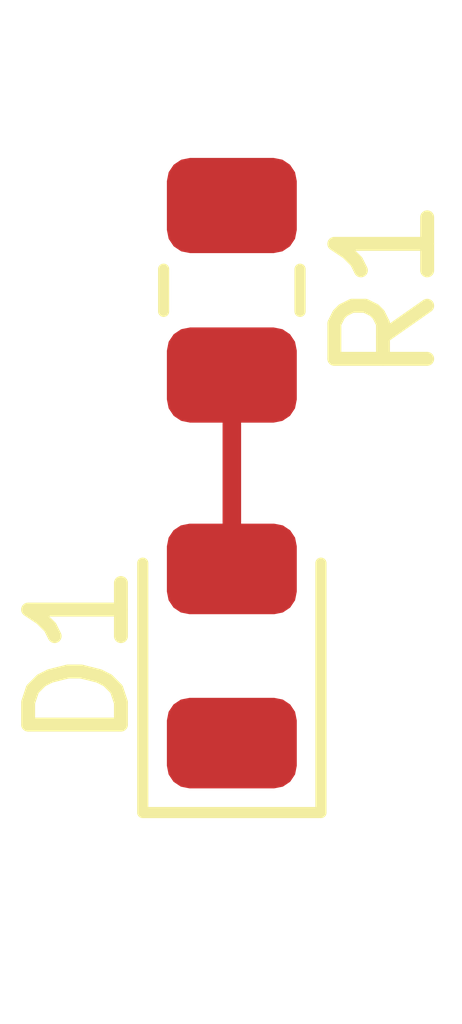
<source format=kicad_pcb>
(kicad_pcb (version 20241229) (generator "pcbnew") (generator_version "9.0")
  (layers (0 "F.Cu" signal) (2 "B.Cu" signal) (13 "F.Paste" user) (15 "B.Paste" user) (5 "F.SilkS" user "F.Silkscreen") (7 "B.SilkS" user "B.Silkscreen") (1 "F.Mask" user) (3 "B.Mask" user) (25 "Edge.Cuts" user))
  (net 0 "")
  (net 1 "Net-(D1-A)")
  (net 2 "GND")
  (net 3 "+3V3")
  (footprint "Resistor_SMD:R_0805_2012Metric" (layer "F.Cu") (at 142.7425 99.2425 -90)
    (property "Reference" "R1" (at 0 -1.65 90) (layer "F.SilkS"))
    (property "Value" "R_Small")
    (fp_line (start -0.227064 0.735) (end 0.227064 0.735) (stroke (width 0.12)) (layer "F.SilkS"))
    (fp_line (start -0.227064 -0.735) (end 0.227064 -0.735) (stroke (width 0.12)) (layer "F.SilkS"))
    (pad "1" smd roundrect (at -0.9125 0 270) (size 1.025 1.4) (layers "F.Cu" "F.Mask" "F.Paste") (roundrect_rratio 0.243902) (net 3 "+3V3"))
    (pad "2" smd roundrect (at 0.9125 0 270) (size 1.025 1.4) (layers "F.Cu" "F.Mask" "F.Paste") (roundrect_rratio 0.243902) (net 1 "Net-(D1-A)"))
  )
  (footprint "LED_SMD:LED_0805_2012Metric" (layer "F.Cu") (at 142.7425 103.18 90)
    (property "Reference" "D1" (at 0 -1.65 90) (layer "F.SilkS"))
    (property "Value" "LED_Small")
    (fp_line (start 1 -0.96) (end -1.685 -0.96) (stroke (width 0.12)) (layer "F.SilkS"))
    (fp_line (start -1.685 -0.96) (end -1.685 0.96) (stroke (width 0.12)) (layer "F.SilkS"))
    (fp_line (start -1.685 0.96) (end 1 0.96) (stroke (width 0.12)) (layer "F.SilkS"))
    (pad "1" smd roundrect (at -0.9375 0 90) (size 0.975 1.4) (layers "F.Cu" "F.Mask" "F.Paste") (net 2 "GND"))
    (pad "2" smd roundrect (at 0.9375 0 90) (size 0.975 1.4) (layers "F.Cu" "F.Mask" "F.Paste") (net 1 "Net-(D1-A)"))
  )
  (segment (start 142.7425 102.2425) (end 142.7425 100.155) (width 0.2) (layer "F.Cu") (net 1))
)
</source>
